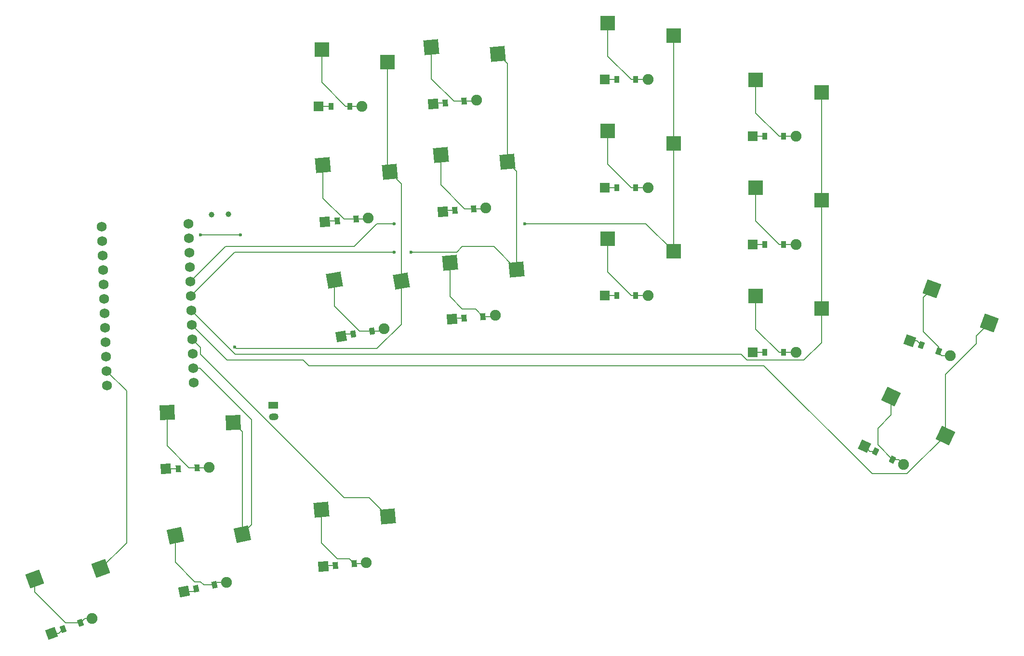
<source format=gbr>
%TF.GenerationSoftware,KiCad,Pcbnew,8.0.6*%
%TF.CreationDate,2025-01-06T03:58:56-07:00*%
%TF.ProjectId,right_circuit,72696768-745f-4636-9972-637569742e6b,v1.0.0*%
%TF.SameCoordinates,Original*%
%TF.FileFunction,Copper,L2,Bot*%
%TF.FilePolarity,Positive*%
%FSLAX46Y46*%
G04 Gerber Fmt 4.6, Leading zero omitted, Abs format (unit mm)*
G04 Created by KiCad (PCBNEW 8.0.6) date 2025-01-06 03:58:56*
%MOMM*%
%LPD*%
G01*
G04 APERTURE LIST*
G04 Aperture macros list*
%AMHorizOval*
0 Thick line with rounded ends*
0 $1 width*
0 $2 $3 position (X,Y) of the first rounded end (center of the circle)*
0 $4 $5 position (X,Y) of the second rounded end (center of the circle)*
0 Add line between two ends*
20,1,$1,$2,$3,$4,$5,0*
0 Add two circle primitives to create the rounded ends*
1,1,$1,$2,$3*
1,1,$1,$4,$5*%
%AMRotRect*
0 Rectangle, with rotation*
0 The origin of the aperture is its center*
0 $1 length*
0 $2 width*
0 $3 Rotation angle, in degrees counterclockwise*
0 Add horizontal line*
21,1,$1,$2,0,0,$3*%
G04 Aperture macros list end*
%TA.AperFunction,WasherPad*%
%ADD10C,1.000000*%
%TD*%
%TA.AperFunction,SMDPad,CuDef*%
%ADD11R,2.600000X2.600000*%
%TD*%
%TA.AperFunction,ComponentPad*%
%ADD12RotRect,1.778000X1.778000X5.000000*%
%TD*%
%TA.AperFunction,SMDPad,CuDef*%
%ADD13RotRect,0.900000X1.200000X5.000000*%
%TD*%
%TA.AperFunction,ComponentPad*%
%ADD14C,1.905000*%
%TD*%
%TA.AperFunction,ComponentPad*%
%ADD15RotRect,1.778000X1.778000X20.000000*%
%TD*%
%TA.AperFunction,SMDPad,CuDef*%
%ADD16RotRect,0.900000X1.200000X20.000000*%
%TD*%
%TA.AperFunction,ComponentPad*%
%ADD17RotRect,1.778000X1.778000X12.000000*%
%TD*%
%TA.AperFunction,SMDPad,CuDef*%
%ADD18RotRect,0.900000X1.200000X12.000000*%
%TD*%
%TA.AperFunction,SMDPad,CuDef*%
%ADD19RotRect,2.600000X2.600000X5.000000*%
%TD*%
%TA.AperFunction,ComponentPad*%
%ADD20R,1.778000X1.778000*%
%TD*%
%TA.AperFunction,SMDPad,CuDef*%
%ADD21R,0.900000X1.200000*%
%TD*%
%TA.AperFunction,ComponentPad*%
%ADD22C,1.752600*%
%TD*%
%TA.AperFunction,ComponentPad*%
%ADD23RotRect,1.778000X1.778000X340.000000*%
%TD*%
%TA.AperFunction,SMDPad,CuDef*%
%ADD24RotRect,0.900000X1.200000X340.000000*%
%TD*%
%TA.AperFunction,SMDPad,CuDef*%
%ADD25RotRect,2.600000X2.600000X20.000000*%
%TD*%
%TA.AperFunction,SMDPad,CuDef*%
%ADD26RotRect,2.600000X2.600000X2.000000*%
%TD*%
%TA.AperFunction,SMDPad,CuDef*%
%ADD27RotRect,2.600000X2.600000X12.000000*%
%TD*%
%TA.AperFunction,ComponentPad*%
%ADD28RotRect,1.778000X1.778000X10.000000*%
%TD*%
%TA.AperFunction,SMDPad,CuDef*%
%ADD29RotRect,0.900000X1.200000X10.000000*%
%TD*%
%TA.AperFunction,ComponentPad*%
%ADD30RotRect,1.778000X1.778000X2.000000*%
%TD*%
%TA.AperFunction,SMDPad,CuDef*%
%ADD31RotRect,0.900000X1.200000X2.000000*%
%TD*%
%TA.AperFunction,SMDPad,CuDef*%
%ADD32RotRect,2.600000X2.600000X335.000000*%
%TD*%
%TA.AperFunction,SMDPad,CuDef*%
%ADD33RotRect,2.600000X2.600000X10.000000*%
%TD*%
%TA.AperFunction,ComponentPad*%
%ADD34RotRect,1.200000X1.700000X272.000000*%
%TD*%
%TA.AperFunction,ComponentPad*%
%ADD35HorizOval,1.200000X-0.249848X-0.008725X0.249848X0.008725X0*%
%TD*%
%TA.AperFunction,SMDPad,CuDef*%
%ADD36RotRect,2.600000X2.600000X340.000000*%
%TD*%
%TA.AperFunction,ComponentPad*%
%ADD37RotRect,1.778000X1.778000X335.000000*%
%TD*%
%TA.AperFunction,SMDPad,CuDef*%
%ADD38RotRect,0.900000X1.200000X335.000000*%
%TD*%
%TA.AperFunction,ViaPad*%
%ADD39C,0.600000*%
%TD*%
%TA.AperFunction,Conductor*%
%ADD40C,0.200000*%
%TD*%
G04 APERTURE END LIST*
D10*
%TO.P,T1,*%
%TO.N,*%
X140907050Y-116412551D03*
X143905222Y-116307853D03*
%TD*%
D11*
%TO.P,S14,1*%
%TO.N,two_bottom*%
X236539112Y-130696223D03*
%TO.P,S14,2*%
%TO.N,P022*%
X248089112Y-132896223D03*
%TD*%
D12*
%TO.P,D9,1*%
%TO.N,P113*%
X181530084Y-115885440D03*
D13*
X183681865Y-115697184D03*
%TO.P,D9,2*%
%TO.N,four_home*%
X186969307Y-115409570D03*
D14*
X189121088Y-115221314D03*
%TD*%
D15*
%TO.P,D1,1*%
%TO.N,P111*%
X112787852Y-190061868D03*
D16*
X114817588Y-189323104D03*
%TO.P,D1,2*%
%TO.N,thumb-outer_bottom*%
X117918574Y-188194438D03*
D14*
X119948310Y-187455674D03*
%TD*%
D17*
%TO.P,D2,1*%
%TO.N,P111*%
X136104905Y-182704735D03*
D18*
X138217703Y-182255644D03*
%TO.P,D2,2*%
%TO.N,thumb_bottom*%
X141445591Y-181569536D03*
D14*
X143558389Y-181120445D03*
%TD*%
D11*
%TO.P,S12,1*%
%TO.N,three_home*%
X210539112Y-101696223D03*
%TO.P,S12,2*%
%TO.N,P017*%
X222089112Y-103896223D03*
%TD*%
%TO.P,S15,1*%
%TO.N,two_home*%
X236539112Y-111696223D03*
%TO.P,S15,2*%
%TO.N,P022*%
X248089112Y-113896223D03*
%TD*%
D19*
%TO.P,S6,1*%
%TO.N,inner_home*%
X160526914Y-107723881D03*
%TO.P,S6,2*%
%TO.N,P115*%
X172224705Y-108908860D03*
%TD*%
%TO.P,S10,1*%
%TO.N,four_top*%
X179539890Y-86998976D03*
%TO.P,S10,2*%
%TO.N,P020*%
X191237681Y-88183955D03*
%TD*%
D20*
%TO.P,D14,1*%
%TO.N,P111*%
X236004112Y-140646223D03*
D21*
X238164112Y-140646223D03*
%TO.P,D14,2*%
%TO.N,two_bottom*%
X241464112Y-140646223D03*
D14*
X243624112Y-140646223D03*
%TD*%
D20*
%TO.P,D11,1*%
%TO.N,P111*%
X210004112Y-130646223D03*
D21*
X212164112Y-130646223D03*
%TO.P,D11,2*%
%TO.N,three_bottom*%
X215464112Y-130646223D03*
D14*
X217624112Y-130646223D03*
%TD*%
D20*
%TO.P,D13,1*%
%TO.N,P006*%
X210004112Y-92646223D03*
D21*
X212164112Y-92646223D03*
%TO.P,D13,2*%
%TO.N,three_top*%
X215464112Y-92646223D03*
D14*
X217624112Y-92646223D03*
%TD*%
D12*
%TO.P,D10,1*%
%TO.N,P006*%
X179874125Y-96957741D03*
D13*
X182025906Y-96769485D03*
%TO.P,D10,2*%
%TO.N,four_top*%
X185313348Y-96481871D03*
D14*
X187465129Y-96293615D03*
%TD*%
D22*
%TO.P,MCU1,1*%
%TO.N,P006*%
X136849129Y-118040279D03*
%TO.P,MCU1,2*%
%TO.N,P008*%
X136937774Y-120578732D03*
%TO.P,MCU1,3*%
%TO.N,GND*%
X137026419Y-123117184D03*
%TO.P,MCU1,4*%
X137115063Y-125655637D03*
%TO.P,MCU1,5*%
%TO.N,P017*%
X137203708Y-128194090D03*
%TO.P,MCU1,6*%
%TO.N,P020*%
X137292353Y-130732542D03*
%TO.P,MCU1,7*%
%TO.N,P022*%
X137380997Y-133270995D03*
%TO.P,MCU1,8*%
%TO.N,P024*%
X137469642Y-135809448D03*
%TO.P,MCU1,9*%
%TO.N,P100*%
X137558287Y-138347901D03*
%TO.P,MCU1,10*%
%TO.N,P011*%
X137646932Y-140886353D03*
%TO.P,MCU1,11*%
%TO.N,P104*%
X137735576Y-143424806D03*
%TO.P,MCU1,12*%
%TO.N,P106*%
X137824221Y-145963259D03*
%TO.P,MCU1,13*%
%TO.N,P009*%
X122593505Y-146495127D03*
%TO.P,MCU1,14*%
%TO.N,P010*%
X122504860Y-143956674D03*
%TO.P,MCU1,15*%
%TO.N,P111*%
X122416215Y-141418222D03*
%TO.P,MCU1,16*%
%TO.N,P113*%
X122327571Y-138879769D03*
%TO.P,MCU1,17*%
%TO.N,P115*%
X122238926Y-136341316D03*
%TO.P,MCU1,18*%
%TO.N,P002*%
X122150281Y-133802864D03*
%TO.P,MCU1,19*%
%TO.N,P029*%
X122061637Y-131264411D03*
%TO.P,MCU1,20*%
%TO.N,P031*%
X121972992Y-128725958D03*
%TO.P,MCU1,21*%
%TO.N,VCC*%
X121884347Y-126187505D03*
%TO.P,MCU1,22*%
%TO.N,RST*%
X121795702Y-123649053D03*
%TO.P,MCU1,23*%
%TO.N,GND*%
X121707058Y-121110600D03*
%TO.P,MCU1,24*%
%TO.N,RAW*%
X121618413Y-118572147D03*
%TD*%
D20*
%TO.P,D7,1*%
%TO.N,P006*%
X159751108Y-97354754D03*
D21*
X161911108Y-97354754D03*
%TO.P,D7,2*%
%TO.N,inner_top*%
X165211108Y-97354754D03*
D14*
X167371108Y-97354754D03*
%TD*%
D19*
%TO.P,S4,1*%
%TO.N,thumb-inner_bottom*%
X160218886Y-168358077D03*
%TO.P,S4,2*%
%TO.N,P100*%
X171916677Y-169543056D03*
%TD*%
D23*
%TO.P,D18,1*%
%TO.N,P113*%
X263590872Y-138625697D03*
D24*
X265620608Y-139364461D03*
%TO.P,D18,2*%
%TO.N,one_home*%
X268721594Y-140493127D03*
D14*
X270751330Y-141231891D03*
%TD*%
D12*
%TO.P,D6,1*%
%TO.N,P113*%
X160861149Y-117682645D03*
D13*
X163012930Y-117494389D03*
%TO.P,D6,2*%
%TO.N,inner_home*%
X166300372Y-117206775D03*
D14*
X168452153Y-117018519D03*
%TD*%
D25*
%TO.P,S1,1*%
%TO.N,thumb-outer_bottom*%
X109887487Y-180528945D03*
%TO.P,S1,2*%
%TO.N,P010*%
X121493381Y-178645936D03*
%TD*%
D11*
%TO.P,S7,1*%
%TO.N,inner_top*%
X160286108Y-87404754D03*
%TO.P,S7,2*%
%TO.N,P115*%
X171836108Y-89604754D03*
%TD*%
%TO.P,S16,1*%
%TO.N,two_top*%
X236539112Y-92696223D03*
%TO.P,S16,2*%
%TO.N,P022*%
X248089112Y-94896223D03*
%TD*%
D20*
%TO.P,D15,1*%
%TO.N,P113*%
X236004112Y-121646223D03*
D21*
X238164112Y-121646223D03*
%TO.P,D15,2*%
%TO.N,two_home*%
X241464112Y-121646223D03*
D14*
X243624112Y-121646223D03*
%TD*%
D12*
%TO.P,D4,1*%
%TO.N,P111*%
X160553121Y-178316842D03*
D13*
X162704902Y-178128586D03*
%TO.P,D4,2*%
%TO.N,thumb-inner_bottom*%
X165992344Y-177840972D03*
D14*
X168144125Y-177652716D03*
%TD*%
D26*
%TO.P,S3,1*%
%TO.N,thumb_home*%
X133109493Y-151210997D03*
%TO.P,S3,2*%
%TO.N,P104*%
X144729236Y-153006568D03*
%TD*%
D27*
%TO.P,S2,1*%
%TO.N,thumb_bottom*%
X134559492Y-172860933D03*
%TO.P,S2,2*%
%TO.N,P104*%
X146314503Y-172611477D03*
%TD*%
D28*
%TO.P,D5,1*%
%TO.N,P111*%
X163738656Y-137836438D03*
D29*
X165865843Y-137461357D03*
%TO.P,D5,2*%
%TO.N,inner_bottom*%
X169115709Y-136888319D03*
D14*
X171242896Y-136513238D03*
%TD*%
D30*
%TO.P,D3,1*%
%TO.N,P113*%
X132922069Y-161173607D03*
D31*
X135080753Y-161098224D03*
%TO.P,D3,2*%
%TO.N,thumb_home*%
X138378743Y-160983056D03*
D14*
X140537427Y-160907673D03*
%TD*%
D19*
%TO.P,S9,1*%
%TO.N,four_home*%
X181195849Y-105926675D03*
%TO.P,S9,2*%
%TO.N,P020*%
X192893640Y-107111654D03*
%TD*%
D20*
%TO.P,D12,1*%
%TO.N,P113*%
X210004112Y-111646223D03*
D21*
X212164112Y-111646223D03*
%TO.P,D12,2*%
%TO.N,three_home*%
X215464112Y-111646223D03*
D14*
X217624112Y-111646223D03*
%TD*%
D12*
%TO.P,D8,1*%
%TO.N,P111*%
X183186043Y-134813139D03*
D13*
X185337824Y-134624883D03*
%TO.P,D8,2*%
%TO.N,four_bottom*%
X188625266Y-134337269D03*
D14*
X190777047Y-134149013D03*
%TD*%
D32*
%TO.P,S17,1*%
%TO.N,one_bottom*%
X260328236Y-148395345D03*
%TO.P,S17,2*%
%TO.N,P024*%
X269866330Y-155270463D03*
%TD*%
D20*
%TO.P,D16,1*%
%TO.N,P006*%
X236004112Y-102646223D03*
D21*
X238164112Y-102646223D03*
%TO.P,D16,2*%
%TO.N,two_top*%
X241464112Y-102646223D03*
D14*
X243624112Y-102646223D03*
%TD*%
D33*
%TO.P,S5,1*%
%TO.N,inner_bottom*%
X162537732Y-127944699D03*
%TO.P,S5,2*%
%TO.N,P115*%
X174294287Y-128105639D03*
%TD*%
D34*
%TO.P,JST1,1*%
%TO.N,pos*%
X151763614Y-149975105D03*
D35*
%TO.P,JST1,2*%
%TO.N,GND*%
X151833402Y-151973887D03*
%TD*%
D36*
%TO.P,S18,1*%
%TO.N,one_home*%
X267496709Y-129458736D03*
%TO.P,S18,2*%
%TO.N,P024*%
X277597714Y-135476392D03*
%TD*%
D37*
%TO.P,D17,1*%
%TO.N,P111*%
X255638309Y-157187006D03*
D38*
X257595934Y-158099862D03*
%TO.P,D17,2*%
%TO.N,one_bottom*%
X260586750Y-159494502D03*
D14*
X262544375Y-160407358D03*
%TD*%
D11*
%TO.P,S11,1*%
%TO.N,three_bottom*%
X210539112Y-120696223D03*
%TO.P,S11,2*%
%TO.N,P017*%
X222089112Y-122896223D03*
%TD*%
%TO.P,S13,1*%
%TO.N,three_top*%
X210539112Y-82696223D03*
%TO.P,S13,2*%
%TO.N,P017*%
X222089112Y-84896223D03*
%TD*%
D19*
%TO.P,S8,1*%
%TO.N,four_bottom*%
X182851808Y-124854374D03*
%TO.P,S8,2*%
%TO.N,P020*%
X194549599Y-126039353D03*
%TD*%
D39*
%TO.N,P115*%
X145000000Y-139710053D03*
%TO.N,P020*%
X173000000Y-123000000D03*
X176000000Y-123000000D03*
%TO.N,P017*%
X196000000Y-118000000D03*
X173000000Y-118000000D03*
%TO.N,P006*%
X139000000Y-120000000D03*
X146000000Y-120000000D03*
%TD*%
D40*
%TO.N,thumb-outer_bottom*%
X117918574Y-188194438D02*
X118657338Y-187455674D01*
X109887487Y-180528945D02*
X109887487Y-182807131D01*
X109887487Y-182807131D02*
X115274794Y-188194438D01*
X118657338Y-187455674D02*
X119948310Y-187455674D01*
X115274794Y-188194438D02*
X117918574Y-188194438D01*
%TO.N,P010*%
X126000000Y-147451814D02*
X122504860Y-143956674D01*
X126000000Y-174139317D02*
X126000000Y-147451814D01*
X121493381Y-178645936D02*
X126000000Y-174139317D01*
%TO.N,thumb_bottom*%
X139569536Y-181569536D02*
X141445591Y-181569536D01*
X141445591Y-181554409D02*
X141879554Y-181120446D01*
X138000000Y-181000000D02*
X139000000Y-181000000D01*
X139000000Y-181000000D02*
X139569536Y-181569536D01*
X141445591Y-181569536D02*
X141445591Y-181554409D01*
X141879554Y-181120446D02*
X143558389Y-181120446D01*
X134559492Y-177559492D02*
X138000000Y-181000000D01*
X134559492Y-172860933D02*
X134559492Y-177559492D01*
%TO.N,P104*%
X148000000Y-170925980D02*
X148000000Y-152500000D01*
X148000000Y-152500000D02*
X138924806Y-143424806D01*
X138924806Y-143424806D02*
X137735576Y-143424806D01*
X144729236Y-153006568D02*
X144006568Y-153006568D01*
X146314503Y-172611477D02*
X146314503Y-154591835D01*
X146314503Y-154591835D02*
X144729236Y-153006568D01*
X146314503Y-172611477D02*
X148000000Y-170925980D01*
%TO.N,thumb_home*%
X133109493Y-151210997D02*
X133109493Y-157109493D01*
X133109493Y-157109493D02*
X136983056Y-160983056D01*
X140462044Y-160983056D02*
X140537427Y-160907673D01*
X138378743Y-160983056D02*
X140462044Y-160983056D01*
X136983056Y-160983056D02*
X138378743Y-160983056D01*
%TO.N,thumb-inner_bottom*%
X165151372Y-177000000D02*
X165992344Y-177840972D01*
X160218886Y-168358077D02*
X160218886Y-174178708D01*
X163040178Y-177000000D02*
X165151372Y-177000000D01*
X167955869Y-177840972D02*
X168144125Y-177652716D01*
X160218886Y-174178708D02*
X163040178Y-177000000D01*
X165992344Y-177840972D02*
X167955869Y-177840972D01*
%TO.N,P100*%
X139000000Y-141000000D02*
X139000000Y-139789614D01*
X139000000Y-139789614D02*
X137558287Y-138347901D01*
X164222642Y-166222642D02*
X139000000Y-141000000D01*
X171916677Y-169543056D02*
X168596263Y-166222642D01*
X168596263Y-166222642D02*
X164222642Y-166222642D01*
%TO.N,inner_bottom*%
X169115709Y-136888319D02*
X170867813Y-136888319D01*
X170867813Y-136888319D02*
X171242894Y-136513238D01*
X162537732Y-132537732D02*
X166888319Y-136888319D01*
X162537732Y-127944699D02*
X162537732Y-132537732D01*
X166888319Y-136888319D02*
X169115709Y-136888319D01*
%TO.N,P115*%
X171836108Y-89604754D02*
X171836108Y-108520263D01*
X145289947Y-140000000D02*
X170000000Y-140000000D01*
X171836108Y-108520263D02*
X172224705Y-108908860D01*
X170000000Y-140000000D02*
X174294287Y-135705713D01*
X174294287Y-110978442D02*
X172224705Y-108908860D01*
X174294287Y-135705713D02*
X174294287Y-128105639D01*
X174294287Y-128105639D02*
X174294287Y-110978442D01*
X145000000Y-139710053D02*
X145289947Y-140000000D01*
%TO.N,inner_home*%
X164206775Y-117206775D02*
X166300372Y-117206775D01*
X160526914Y-113526914D02*
X164206775Y-117206775D01*
X168263897Y-117206775D02*
X168452153Y-117018519D01*
X166300372Y-117206775D02*
X168263897Y-117206775D01*
X160526914Y-107723881D02*
X160526914Y-113526914D01*
%TO.N,inner_top*%
X160286108Y-87404754D02*
X160286108Y-93142753D01*
X160286108Y-93142753D02*
X164498109Y-97354754D01*
X164498109Y-97354754D02*
X165211108Y-97354754D01*
X165211108Y-97354754D02*
X167371108Y-97354754D01*
%TO.N,four_bottom*%
X185000000Y-133000000D02*
X187287997Y-133000000D01*
X190588791Y-134337269D02*
X190777047Y-134149013D01*
X187287997Y-133000000D02*
X188625266Y-134337269D01*
X182851808Y-124854374D02*
X182851808Y-130851808D01*
X188625266Y-134337269D02*
X190588791Y-134337269D01*
X182851808Y-130851808D02*
X185000000Y-133000000D01*
%TO.N,P020*%
X176000000Y-123000000D02*
X184000000Y-123000000D01*
X145024895Y-123000000D02*
X137292353Y-130732542D01*
X184000000Y-123000000D02*
X185000000Y-122000000D01*
X190510246Y-122000000D02*
X194549599Y-126039353D01*
X192893640Y-89839914D02*
X191237681Y-88183955D01*
X185000000Y-122000000D02*
X190510246Y-122000000D01*
X194549599Y-108767613D02*
X192893640Y-107111654D01*
X173000000Y-123000000D02*
X145024895Y-123000000D01*
X194549599Y-126039353D02*
X194549599Y-108767613D01*
X192893640Y-107111654D02*
X192893640Y-89839914D01*
%TO.N,four_home*%
X181195849Y-105926675D02*
X181195849Y-111195849D01*
X186969307Y-115409570D02*
X188932832Y-115409570D01*
X185409570Y-115409570D02*
X186969307Y-115409570D01*
X181195849Y-111195849D02*
X185409570Y-115409570D01*
X188932832Y-115409570D02*
X189121088Y-115221314D01*
%TO.N,four_top*%
X179539890Y-92539890D02*
X183481871Y-96481871D01*
X185313348Y-96481871D02*
X187276873Y-96481871D01*
X183481871Y-96481871D02*
X185313348Y-96481871D01*
X179539890Y-86998976D02*
X179539890Y-92539890D01*
X187276873Y-96481871D02*
X187465129Y-96293615D01*
%TO.N,three_bottom*%
X210539112Y-126539112D02*
X214646223Y-130646223D01*
X214646223Y-130646223D02*
X215464112Y-130646223D01*
X210539112Y-120696223D02*
X210539112Y-126539112D01*
X215464112Y-130646223D02*
X217624112Y-130646223D01*
%TO.N,P017*%
X222089112Y-122896223D02*
X222089112Y-103896223D01*
X173000000Y-118000000D02*
X170000000Y-118000000D01*
X166000000Y-122000000D02*
X143397798Y-122000000D01*
X214000000Y-118000000D02*
X196000000Y-118000000D01*
X222089112Y-103896223D02*
X222089112Y-84896223D01*
X217192889Y-118000000D02*
X214000000Y-118000000D01*
X222089112Y-122896223D02*
X217192889Y-118000000D01*
X170000000Y-118000000D02*
X166000000Y-122000000D01*
X143397798Y-122000000D02*
X137203708Y-128194090D01*
%TO.N,three_home*%
X210539112Y-107539112D02*
X214646223Y-111646223D01*
X210539112Y-101696223D02*
X210539112Y-107539112D01*
X214646223Y-111646223D02*
X215464112Y-111646223D01*
X215464112Y-111646223D02*
X217624112Y-111646223D01*
%TO.N,three_top*%
X214646223Y-92646223D02*
X215464112Y-92646223D01*
X215464112Y-92646223D02*
X217624112Y-92646223D01*
X210539112Y-82696223D02*
X210539112Y-88539112D01*
X210539112Y-88539112D02*
X214646223Y-92646223D01*
%TO.N,two_bottom*%
X240646223Y-140646223D02*
X241464112Y-140646223D01*
X236539112Y-130696223D02*
X236539112Y-136539112D01*
X236539112Y-136539112D02*
X240646223Y-140646223D01*
X241464112Y-140646223D02*
X243624112Y-140646223D01*
%TO.N,P022*%
X145055001Y-140944999D02*
X137380997Y-133270995D01*
X235000000Y-142000000D02*
X233944999Y-140944999D01*
X245000000Y-142000000D02*
X235000000Y-142000000D01*
X248089112Y-132896223D02*
X248089112Y-113896223D01*
X248089112Y-113896223D02*
X248089112Y-94896223D01*
X248089112Y-132896223D02*
X248089112Y-138910888D01*
X248089112Y-138910888D02*
X245000000Y-142000000D01*
X233944999Y-140944999D02*
X145055001Y-140944999D01*
%TO.N,two_home*%
X236539112Y-111696223D02*
X236539112Y-117539112D01*
X241464112Y-121646223D02*
X243624112Y-121646223D01*
X236539112Y-117539112D02*
X240646223Y-121646223D01*
X240646223Y-121646223D02*
X241464112Y-121646223D01*
%TO.N,two_top*%
X240646223Y-102646223D02*
X241464112Y-102646223D01*
X236539112Y-92696223D02*
X236539112Y-98539112D01*
X241464112Y-102646223D02*
X243624112Y-102646223D01*
X236539112Y-98539112D02*
X240646223Y-102646223D01*
%TO.N,one_bottom*%
X258000000Y-154000000D02*
X258000000Y-156907752D01*
X260586750Y-159494502D02*
X261631519Y-159494502D01*
X258000000Y-156907752D02*
X260586750Y-159494502D01*
X260328236Y-148395345D02*
X260328236Y-151671764D01*
X261631519Y-159494502D02*
X262544375Y-160407358D01*
X260328236Y-151671764D02*
X258000000Y-154000000D01*
%TO.N,P024*%
X275300000Y-137774106D02*
X277597714Y-135476392D01*
X238000000Y-143000000D02*
X257000000Y-162000000D01*
X275300000Y-139087500D02*
X275300000Y-137774106D01*
X137469642Y-135809448D02*
X143660194Y-142000000D01*
X263136793Y-162000000D02*
X269866330Y-155270463D01*
X269866330Y-144521170D02*
X275300000Y-139087500D01*
X143660194Y-142000000D02*
X157000000Y-142000000D01*
X257000000Y-162000000D02*
X263136793Y-162000000D01*
X157000000Y-142000000D02*
X158000000Y-143000000D01*
X158000000Y-143000000D02*
X238000000Y-143000000D01*
X269866330Y-155270463D02*
X269866330Y-144521170D01*
%TO.N,one_home*%
X266000000Y-137000000D02*
X268721594Y-139721594D01*
X268721594Y-139721594D02*
X268721594Y-140493127D01*
X269231891Y-141231891D02*
X270751330Y-141231891D01*
X268721594Y-140721594D02*
X269231891Y-141231891D01*
X268721594Y-140493127D02*
X268721594Y-140721594D01*
X266000000Y-130955445D02*
X266000000Y-137000000D01*
X267496709Y-129458736D02*
X266000000Y-130955445D01*
%TO.N,P113*%
X212164112Y-111646223D02*
X210004112Y-111646223D01*
X163012930Y-117494389D02*
X161049405Y-117494389D01*
X132997452Y-161098224D02*
X132922069Y-161173607D01*
X238164112Y-121646223D02*
X236004112Y-121646223D01*
X264881844Y-138625697D02*
X263590872Y-138625697D01*
X265620608Y-139364461D02*
X264881844Y-138625697D01*
X181718340Y-115697184D02*
X181530084Y-115885440D01*
X135080753Y-161098224D02*
X132997452Y-161098224D01*
X161049405Y-117494389D02*
X160861149Y-117682645D01*
X183681865Y-115697184D02*
X181718340Y-115697184D01*
%TO.N,P111*%
X183374299Y-134624883D02*
X183186043Y-134813139D01*
X238164112Y-140646223D02*
X236004112Y-140646223D01*
X164113739Y-137461357D02*
X163738658Y-137836438D01*
X138217703Y-182255644D02*
X137768613Y-182704734D01*
X256551165Y-158099862D02*
X255638309Y-157187006D01*
X212164112Y-130646223D02*
X210004112Y-130646223D01*
X257595934Y-158099862D02*
X256551165Y-158099862D01*
X137768613Y-182704734D02*
X136104905Y-182704734D01*
X114078824Y-190061868D02*
X112787852Y-190061868D01*
X165865843Y-137461357D02*
X164113739Y-137461357D01*
X160741377Y-178128586D02*
X160553121Y-178316842D01*
X114817588Y-189323104D02*
X114078824Y-190061868D01*
X185337824Y-134624883D02*
X183374299Y-134624883D01*
X162704902Y-178128586D02*
X160741377Y-178128586D01*
%TO.N,P006*%
X180062381Y-96769485D02*
X179874125Y-96957741D01*
X144000000Y-120000000D02*
X146000000Y-120000000D01*
X238164112Y-102646223D02*
X236004112Y-102646223D01*
X161911108Y-97354754D02*
X159751108Y-97354754D01*
X139000000Y-120000000D02*
X144000000Y-120000000D01*
X212164112Y-92646223D02*
X210004112Y-92646223D01*
X182025906Y-96769485D02*
X180062381Y-96769485D01*
%TD*%
M02*

</source>
